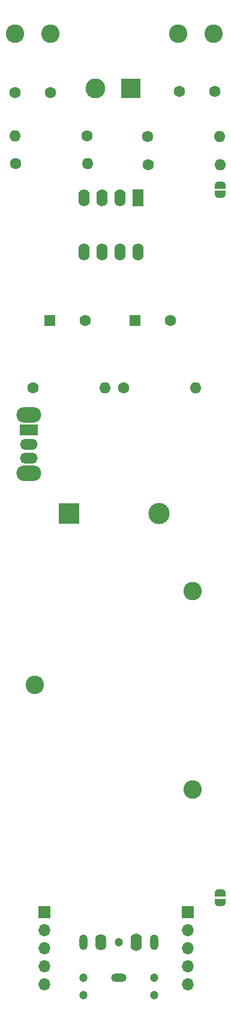
<source format=gbr>
%TF.GenerationSoftware,KiCad,Pcbnew,8.0.5*%
%TF.CreationDate,2025-02-18T01:30:19+08:00*%
%TF.ProjectId,troubleSeeker,74726f75-626c-4655-9365-656b65722e6b,rev?*%
%TF.SameCoordinates,Original*%
%TF.FileFunction,Soldermask,Top*%
%TF.FilePolarity,Negative*%
%FSLAX46Y46*%
G04 Gerber Fmt 4.6, Leading zero omitted, Abs format (unit mm)*
G04 Created by KiCad (PCBNEW 8.0.5) date 2025-02-18 01:30:19*
%MOMM*%
%LPD*%
G01*
G04 APERTURE LIST*
G04 Aperture macros list*
%AMFreePoly0*
4,1,19,0.500000,-0.750000,0.000000,-0.750000,0.000000,-0.744911,-0.071157,-0.744911,-0.207708,-0.704816,-0.327430,-0.627875,-0.420627,-0.520320,-0.479746,-0.390866,-0.500000,-0.250000,-0.500000,0.250000,-0.479746,0.390866,-0.420627,0.520320,-0.327430,0.627875,-0.207708,0.704816,-0.071157,0.744911,0.000000,0.744911,0.000000,0.750000,0.500000,0.750000,0.500000,-0.750000,0.500000,-0.750000,
$1*%
%AMFreePoly1*
4,1,19,0.000000,0.744911,0.071157,0.744911,0.207708,0.704816,0.327430,0.627875,0.420627,0.520320,0.479746,0.390866,0.500000,0.250000,0.500000,-0.250000,0.479746,-0.390866,0.420627,-0.520320,0.327430,-0.627875,0.207708,-0.704816,0.071157,-0.744911,0.000000,-0.744911,0.000000,-0.750000,-0.500000,-0.750000,-0.500000,0.750000,0.000000,0.750000,0.000000,0.744911,0.000000,0.744911,
$1*%
G04 Aperture macros list end*
%ADD10R,1.700000X1.700000*%
%ADD11O,1.700000X1.700000*%
%ADD12C,2.600000*%
%ADD13FreePoly0,270.000000*%
%ADD14FreePoly1,270.000000*%
%ADD15C,1.600000*%
%ADD16O,1.600000X1.600000*%
%ADD17R,2.800000X2.800000*%
%ADD18C,2.800000*%
%ADD19R,1.600000X1.600000*%
%ADD20O,3.500000X2.200000*%
%ADD21R,2.500000X1.500000*%
%ADD22O,2.500000X1.500000*%
%ADD23R,1.600000X2.400000*%
%ADD24O,1.600000X2.400000*%
%ADD25C,1.200000*%
%ADD26O,1.200000X2.200000*%
%ADD27O,1.600000X2.300000*%
%ADD28O,2.200000X1.200000*%
%ADD29O,1.600000X2.500000*%
%ADD30R,3.000000X3.000000*%
%ADD31C,3.000000*%
G04 APERTURE END LIST*
D10*
%TO.C,j_breakout2*%
X153450000Y-167400000D03*
D11*
X153450000Y-169940000D03*
X153450000Y-172480000D03*
X153450000Y-175020000D03*
X153450000Y-177560000D03*
%TD*%
D10*
%TO.C,j_breakout1*%
X133200000Y-167400000D03*
D11*
X133200000Y-169940000D03*
X133200000Y-172480000D03*
X133200000Y-175020000D03*
X133200000Y-177560000D03*
%TD*%
D12*
%TO.C,L2*%
X157100000Y-43650000D03*
X152100000Y-43650000D03*
%TD*%
D13*
%TO.C,JP3*%
X158000000Y-164700000D03*
D14*
X158000000Y-166000000D03*
%TD*%
D15*
%TO.C,R4*%
X129120000Y-62000000D03*
D16*
X139280000Y-62000000D03*
%TD*%
D13*
%TO.C,JP1*%
X158000000Y-65000000D03*
D14*
X158000000Y-66300000D03*
%TD*%
D15*
%TO.C,R1*%
X131594749Y-93594749D03*
D16*
X141754749Y-93594749D03*
%TD*%
D15*
%TO.C,R6*%
X147820000Y-62125000D03*
D16*
X157980000Y-62125000D03*
%TD*%
D15*
%TO.C,R5*%
X147815000Y-58175000D03*
D16*
X157975000Y-58175000D03*
%TD*%
D15*
%TO.C,C5*%
X152250000Y-51825000D03*
X157250000Y-51825000D03*
%TD*%
D17*
%TO.C,J1*%
X145400000Y-51355000D03*
D18*
X140400000Y-51355000D03*
%TD*%
D15*
%TO.C,R2*%
X144354749Y-93594749D03*
D16*
X154514749Y-93594749D03*
%TD*%
D15*
%TO.C,R3*%
X139200000Y-58100000D03*
D16*
X129040000Y-58100000D03*
%TD*%
D15*
%TO.C,C4*%
X129025000Y-51950000D03*
X134025000Y-51950000D03*
%TD*%
D19*
%TO.C,C2*%
X145974749Y-84094749D03*
D15*
X150974749Y-84094749D03*
%TD*%
D19*
%TO.C,C1*%
X133974749Y-84094749D03*
D15*
X138974749Y-84094749D03*
%TD*%
D12*
%TO.C,L1*%
X134025000Y-43650000D03*
X129025000Y-43650000D03*
%TD*%
D20*
%TO.C,SW1*%
X131000000Y-97400000D03*
X131000000Y-105600000D03*
D21*
X131000000Y-99500000D03*
D22*
X131000000Y-101500000D03*
X131000000Y-103500000D03*
%TD*%
D23*
%TO.C,U1*%
X146400000Y-66800000D03*
D24*
X143860000Y-66800000D03*
X141320000Y-66800000D03*
X138780000Y-66800000D03*
X138780000Y-74420000D03*
X141320000Y-74420000D03*
X143860000Y-74420000D03*
X146400000Y-74420000D03*
%TD*%
D25*
%TO.C,J2*%
X138700000Y-176600000D03*
X138700000Y-179100000D03*
X143700000Y-171600000D03*
X148700000Y-176600000D03*
X148700000Y-179100000D03*
D26*
X138700000Y-171600000D03*
D27*
X141200000Y-171600000D03*
D28*
X143700000Y-176600000D03*
D26*
X148700000Y-171600000D03*
D29*
X146200000Y-171600000D03*
%TD*%
D12*
%TO.C,BT1*%
X154100000Y-150150000D03*
X131900000Y-135400000D03*
X154100000Y-122150000D03*
D30*
X136650000Y-111250000D03*
D31*
X149350000Y-111250000D03*
%TD*%
M02*

</source>
